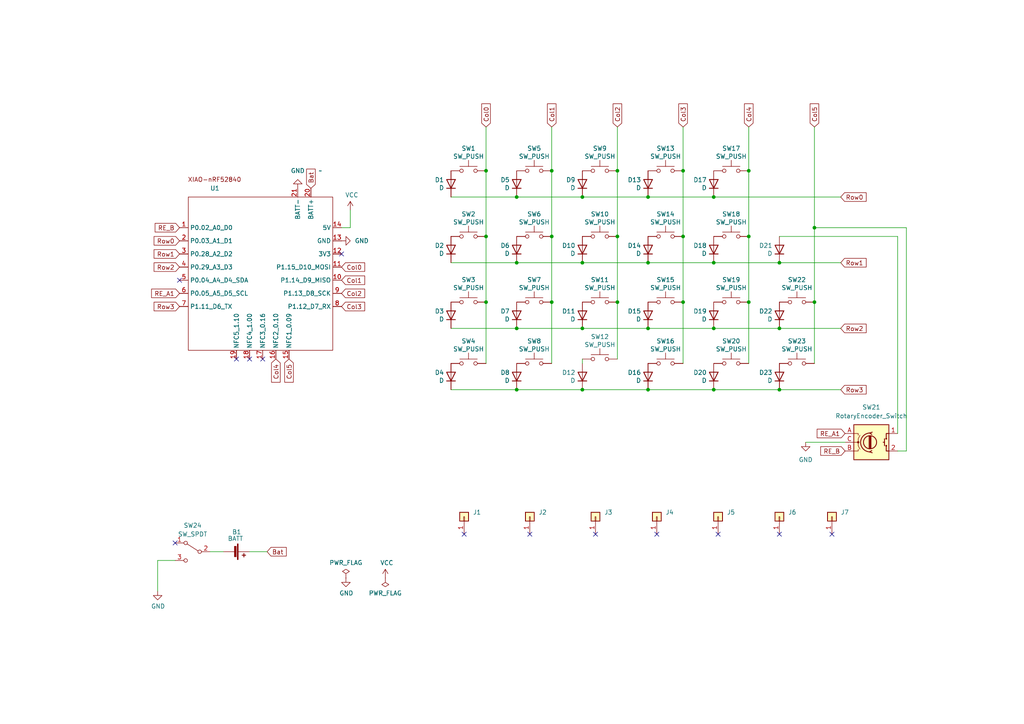
<source format=kicad_sch>
(kicad_sch (version 20231120) (generator "eeschema") (generator_version "8.0")
  (paper "A4")
  (lib_symbols
    (symbol "Connector_Generic:Conn_01x01" (pin_names (offset 1.016) hide)
      (property "Reference" "J" (at 0 2.54 0))
      (property "Value" "Conn_01x01" (at 0 -2.54 0))
      (symbol "Conn_01x01_1_1"
        (rectangle (start -1.27 0.127) (end 0 -0.127) (stroke (width 0.1524)))
        (rectangle (start -1.27 1.27) (end 1.27 -1.27) (stroke (width 0.254)) (fill (type background)))
        (pin passive line (at -5.08 0 0) (length 3.81) (name "Pin_1") (number "1"))
      )
    )
    (symbol "Device:Battery_Cell" (pin_numbers hide) (pin_names (offset 0) hide)
      (property "Reference" "BT" (at 2.54 2.54 0))
      (property "Value" "Battery_Cell" (at 2.54 0 0))
      (symbol "Battery_Cell_0_1"
        (rectangle (start -2.286 1.778) (end 2.286 1.524) (fill (type outline)))
        (rectangle (start -1.5748 1.1938) (end 1.4732 0.6858) (fill (type outline)))
        (polyline (pts (xy 0 0.762) (xy 0 0)))
        (polyline (pts (xy 0 1.778) (xy 0 2.54)))
        (polyline (pts (xy 0.508 3.429) (xy 1.524 3.429)) (stroke (width 0.254)))
        (polyline (pts (xy 1.016 3.937) (xy 1.016 2.921)) (stroke (width 0.254)))
      )
      (symbol "Battery_Cell_1_1"
        (pin passive line (at 0 5.08 270) (length 2.54) (name "+") (number "1"))
        (pin passive line (at 0 -2.54 90) (length 2.54) (name "-") (number "2"))
      )
    )
    (symbol "Device:D" (pin_numbers hide) (pin_names (offset 1.016) hide)
      (property "Reference" "D" (at 0 2.54 0))
      (property "Value" "D" (at 0 -2.54 0))
      (symbol "D_0_1"
        (polyline (pts (xy -1.27 1.27) (xy -1.27 -1.27)) (stroke (width 0.254)))
        (polyline (pts (xy 1.27 0) (xy -1.27 0)))
        (polyline (pts (xy 1.27 1.27) (xy 1.27 -1.27) (xy -1.27 0) (xy 1.27 1.27)) (stroke (width 0.254)))
      )
      (symbol "D_1_1"
        (pin passive line (at -3.81 0 0) (length 2.54) (name "K") (number "1"))
        (pin passive line (at 3.81 0 180) (length 2.54) (name "A") (number "2"))
      )
    )
    (symbol "Device:RotaryEncoder_Switch" (pin_names (offset 0.254) hide)
      (property "Reference" "SW21" (at 0 10.16 0))
      (property "Value" "RotaryEncoder_Switch" (at 0 7.62 0))
      (symbol "RotaryEncoder_Switch_0_1"
        (rectangle (start -5.08 5.08) (end 5.08 -5.08) (stroke (width 0.254)) (fill (type background)))
        (circle (center -3.81 0) (radius 0.254) (fill (type outline)))
        (circle (center -0.381 0) (radius 1.905) (stroke (width 0.254)))
        (arc (start -0.381 2.667) (mid -3.0988 -0.0635) (end -0.381 -2.794) (stroke (width 0.254)))
        (polyline (pts (xy -0.635 -1.778) (xy -0.635 1.778)) (stroke (width 0.254)))
        (polyline (pts (xy -0.381 -1.778) (xy -0.381 1.778)) (stroke (width 0.254)))
        (polyline (pts (xy -0.127 1.778) (xy -0.127 -1.778)) (stroke (width 0.254)))
        (polyline (pts (xy 3.81 0) (xy 3.429 0)) (stroke (width 0.254)))
        (polyline (pts (xy 3.81 1.016) (xy 3.81 -1.016)) (stroke (width 0.254)))
        (polyline (pts (xy -5.08 -2.54) (xy -3.81 -2.54) (xy -3.81 -2.032)))
        (polyline (pts (xy -5.08 2.54) (xy -3.81 2.54) (xy -3.81 2.032)))
        (polyline (pts (xy 0.254 -3.048) (xy -0.508 -2.794) (xy 0.127 -2.413)) (stroke (width 0.254)))
        (polyline (pts (xy 0.254 2.921) (xy -0.508 2.667) (xy 0.127 2.286)) (stroke (width 0.254)))
        (polyline (pts (xy 5.08 -2.54) (xy 4.318 -2.54) (xy 4.318 -1.016)) (stroke (width 0.254)))
        (polyline (pts (xy 5.08 2.54) (xy 4.318 2.54) (xy 4.318 1.016)) (stroke (width 0.254)))
        (polyline (pts (xy -5.08 0) (xy -3.81 0) (xy -3.81 -1.016) (xy -3.302 -2.032)))
        (polyline (pts (xy -4.318 0) (xy -3.81 0) (xy -3.81 1.016) (xy -3.302 2.032)))
        (circle (center 4.318 -1.016) (radius 0.127) (stroke (width 0.254)))
        (circle (center 4.318 1.016) (radius 0.127) (stroke (width 0.254)))
      )
      (symbol "RotaryEncoder_Switch_1_1"
        (pin passive line (at 7.62 2.54 180) (length 2.54) (name "1") (number "1"))
        (pin passive line (at 7.62 -2.54 180) (length 2.54) (name "2") (number "2"))
        (pin passive line (at -7.62 2.54 0) (length 2.54) (name "A") (number "A"))
        (pin passive line (at -7.62 -2.54 0) (length 2.54) (name "B") (number "B"))
        (pin passive line (at -7.62 0 0) (length 2.54) (name "C") (number "C"))
      )
    )
    (symbol "GND_1" (power) (pin_numbers hide) (pin_names (offset 0) hide)
      (property "Value" "GND" (at 0 -3.81 0))
      (symbol "GND_1_0_1"
        (polyline (pts (xy 0 0) (xy 0 -1.27) (xy 1.27 -1.27) (xy 0 -2.54) (xy -1.27 -1.27) (xy 0 -1.27)))
      )
      (symbol "GND_1_1_1"
        (pin power_in line (at 0 0 270) (length 0) (name "~") (number "1"))
      )
    )
    (symbol "GND_2" (power) (pin_numbers hide) (pin_names (offset 0) hide)
      (property "Value" "GND" (at 0 -3.81 0))
      (symbol "GND_2_0_1"
        (polyline (pts (xy 0 0) (xy 0 -1.27) (xy 1.27 -1.27) (xy 0 -2.54) (xy -1.27 -1.27) (xy 0 -1.27)))
      )
      (symbol "GND_2_1_1"
        (pin power_in line (at 0 0 270) (length 0) (name "~") (number "1"))
      )
    )
    (symbol "Switch:SW_Push" (pin_numbers hide) (pin_names (offset 1.016) hide)
      (property "Reference" "SW" (at 1.27 2.54 0))
      (property "Value" "SW_Push" (at 0 -1.524 0))
      (symbol "SW_Push_0_1"
        (circle (center -2.032 0) (radius 0.508))
        (polyline (pts (xy 0 1.27) (xy 0 3.048)))
        (polyline (pts (xy 2.54 1.27) (xy -2.54 1.27)))
        (circle (center 2.032 0) (radius 0.508))
        (pin passive line (at -5.08 0 0) (length 2.54) (name "1") (number "1"))
        (pin passive line (at 5.08 0 180) (length 2.54) (name "2") (number "2"))
      )
    )
    (symbol "Switch:SW_SPDT" (pin_names (offset 0) hide)
      (property "Reference" "SW" (at 0 4.318 0))
      (property "Value" "SW_SPDT" (at 0 -5.08 0))
      (symbol "SW_SPDT_0_0"
        (circle (center -2.032 0) (radius 0.508))
        (circle (center 2.032 -2.54) (radius 0.508))
      )
      (symbol "SW_SPDT_0_1"
        (polyline (pts (xy -1.524 0.254) (xy 1.651 2.286)))
        (circle (center 2.032 2.54) (radius 0.508))
      )
      (symbol "SW_SPDT_1_1"
        (pin passive line (at 5.08 2.54 180) (length 2.54) (name "A") (number "1"))
        (pin passive line (at -5.08 0 0) (length 2.54) (name "B") (number "2"))
        (pin passive line (at 5.08 -2.54 180) (length 2.54) (name "C") (number "3"))
      )
    )
    (symbol "my:XIAO-nRF52840"
      (property "Reference" "U1" (at 19.05 -3.81 0))
      (property "Value" "~" (at 50.4541 1.27 0))
      (symbol "XIAO-nRF52840_1_1"
        (text "XIAO-nRF52840" (at 20.32 -1.27 0) (effects (font (size 1.27 1.27))))
        (text_box "" (at 12.7 -6.35 0) (size 41.91 -44.45) (effects (font (size 1.27 1.27)) (justify left top)))
        (pin unspecified line (at 10.16 -15.24 0) (length 2.54) (name "P0.02_A0_D0") (number "1"))
        (pin unspecified line (at 57.15 -30.48 180) (length 2.54) (name "P1.14_D9_MISO") (number "10"))
        (pin unspecified line (at 57.15 -26.67 180) (length 2.54) (name "P1.15_D10_MOSI") (number "11"))
        (pin unspecified line (at 57.15 -22.86 180) (length 2.54) (name "3V3") (number "12"))
        (pin unspecified line (at 57.15 -19.05 180) (length 2.54) (name "GND") (number "13"))
        (pin unspecified line (at 57.15 -15.24 180) (length 2.54) (name "5V") (number "14"))
        (pin unspecified line (at 41.91 -53.34 90) (length 2.54) (name "NFC1_0.09") (number "15"))
        (pin unspecified line (at 38.1 -53.34 90) (length 2.54) (name "NFC2_0.10") (number "16"))
        (pin unspecified line (at 34.29 -53.34 90) (length 2.54) (name "NFC3_0.16") (number "17"))
        (pin unspecified line (at 30.48 -53.34 90) (length 2.54) (name "NFC4_1.00") (number "18"))
        (pin unspecified line (at 26.67 -53.34 90) (length 2.54) (name "NFC5_1.10") (number "19"))
        (pin unspecified line (at 10.16 -19.05 0) (length 2.54) (name "P0.03_A1_D1") (number "2"))
        (pin unspecified line (at 48.26 -3.81 270) (length 2.54) (name "BATT+") (number "20"))
        (pin unspecified line (at 44.45 -3.81 270) (length 2.54) (name "BATT-") (number "21"))
        (pin unspecified line (at 10.16 -22.86 0) (length 2.54) (name "P0.28_A2_D2") (number "3"))
        (pin unspecified line (at 10.16 -26.67 0) (length 2.54) (name "P0.29_A3_D3") (number "4"))
        (pin unspecified line (at 10.16 -30.48 0) (length 2.54) (name "P0.04_A4_D4_SDA") (number "5"))
        (pin unspecified line (at 10.16 -34.29 0) (length 2.54) (name "P0.05_A5_D5_SCL") (number "6"))
        (pin unspecified line (at 10.16 -38.1 0) (length 2.54) (name "P1.11_D6_TX") (number "7"))
        (pin unspecified line (at 57.15 -38.1 180) (length 2.54) (name "P1.12_D7_RX") (number "8"))
        (pin unspecified line (at 57.15 -34.29 180) (length 2.54) (name "P1.13_D8_SCK") (number "9"))
      )
    )
    (symbol "power:GND" (power) (pin_names (offset 0))
      (property "Value" "GND" (at 0 -3.81 0))
      (symbol "GND_0_1"
        (polyline (pts (xy 0 0) (xy 0 -1.27) (xy 1.27 -1.27) (xy 0 -2.54) (xy -1.27 -1.27) (xy 0 -1.27)))
      )
      (symbol "GND_1_1"
        (pin power_in line (at 0 0 270) (length 0) hide (name "GND") (number "1"))
      )
    )
    (symbol "power:PWR_FLAG" (power) (pin_numbers hide) (pin_names (offset 0) hide)
      (property "Value" "PWR_FLAG" (at 0 3.81 0))
      (symbol "PWR_FLAG_0_0"
        (pin power_out line (at 0 0 90) (length 0) (name "pwr") (number "1"))
      )
      (symbol "PWR_FLAG_0_1"
        (polyline (pts (xy 0 0) (xy 0 1.27) (xy -1.016 1.905) (xy 0 2.54) (xy 1.016 1.905) (xy 0 1.27)))
      )
    )
    (symbol "power:VCC" (power) (pin_names (offset 0))
      (property "Value" "VCC" (at 0 3.81 0))
      (symbol "VCC_0_1"
        (polyline (pts (xy -0.762 1.27) (xy 0 2.54)))
        (polyline (pts (xy 0 0) (xy 0 2.54)))
        (polyline (pts (xy 0 2.54) (xy 0.762 1.27)))
      )
      (symbol "VCC_1_1"
        (pin power_in line (at 0 0 90) (length 0) hide (name "VCC") (number "1"))
      )
    )
  )
  (junction (at 160.02 49.53))
  (junction (at 168.91 113.03))
  (junction (at 207.01 57.15))
  (junction (at 149.86 57.15))
  (junction (at 236.22 66.04))
  (junction (at 179.07 87.63))
  (junction (at 168.91 76.2))
  (junction (at 168.91 95.25))
  (junction (at 236.22 87.63))
  (junction (at 226.06 95.25))
  (junction (at 140.97 87.63))
  (junction (at 149.86 76.2))
  (junction (at 160.02 68.58))
  (junction (at 217.17 87.63))
  (junction (at 198.12 68.58))
  (junction (at 207.01 113.03))
  (junction (at 226.06 76.2))
  (junction (at 226.06 113.03))
  (junction (at 187.96 95.25))
  (junction (at 217.17 49.53))
  (junction (at 187.96 57.15))
  (junction (at 207.01 95.25))
  (junction (at 179.07 49.53))
  (junction (at 179.07 68.58))
  (junction (at 160.02 87.63))
  (junction (at 168.91 57.15))
  (junction (at 187.96 113.03))
  (junction (at 149.86 95.25))
  (junction (at 187.96 76.2))
  (junction (at 140.97 68.58))
  (junction (at 149.86 113.03))
  (junction (at 217.17 68.58))
  (junction (at 198.12 49.53))
  (junction (at 207.01 76.2))
  (junction (at 140.97 49.53))
  (junction (at 198.12 87.63))
  (no_connect (at 226.06 154.94))
  (no_connect (at 190.5 154.94))
  (no_connect (at 208.28 154.94))
  (no_connect (at 50.8 157.48))
  (no_connect (at 153.67 154.94))
  (no_connect (at 134.62 154.94))
  (no_connect (at 76.2 104.14))
  (no_connect (at 68.58 104.14))
  (no_connect (at 72.39 104.14))
  (no_connect (at 172.72 154.94))
  (no_connect (at 241.3 154.94))
  (no_connect (at 52.07 81.28))
  (no_connect (at 99.06 73.66))
  (wire (pts (xy 179.07 49.53) (xy 179.07 68.58)))
  (wire (pts (xy 179.07 68.58) (xy 179.07 87.63)))
  (wire (pts (xy 236.22 87.63) (xy 236.22 105.41)))
  (wire (pts (xy 72.39 160.02) (xy 77.47 160.02)))
  (wire (pts (xy 60.96 160.02) (xy 64.77 160.02)))
  (wire (pts (xy 217.17 87.63) (xy 217.17 105.41)))
  (wire (pts (xy 226.06 68.58) (xy 260.35 68.58)))
  (wire (pts (xy 50.8 162.56) (xy 45.72 162.56)))
  (wire (pts (xy 236.22 66.04) (xy 262.89 66.04)))
  (wire (pts (xy 160.02 68.58) (xy 160.02 87.63)))
  (wire (pts (xy 198.12 68.58) (xy 198.12 87.63)))
  (wire (pts (xy 149.86 95.25) (xy 130.81 95.25)))
  (wire (pts (xy 187.96 95.25) (xy 168.91 95.25)))
  (wire (pts (xy 260.35 68.58) (xy 260.35 125.73)))
  (wire (pts (xy 233.68 128.27) (xy 245.11 128.27)))
  (wire (pts (xy 226.06 113.03) (xy 243.84 113.03)))
  (wire (pts (xy 226.06 95.25) (xy 243.84 95.25)))
  (wire (pts (xy 149.86 57.15) (xy 130.81 57.15)))
  (wire (pts (xy 207.01 113.03) (xy 226.06 113.03)))
  (wire (pts (xy 45.72 162.56) (xy 45.72 171.45)))
  (wire (pts (xy 179.07 36.83) (xy 179.07 49.53)))
  (wire (pts (xy 187.96 76.2) (xy 168.91 76.2)))
  (wire (pts (xy 198.12 87.63) (xy 198.12 105.41)))
  (wire (pts (xy 217.17 36.83) (xy 217.17 49.53)))
  (wire (pts (xy 207.01 113.03) (xy 187.96 113.03)))
  (wire (pts (xy 140.97 68.58) (xy 140.97 87.63)))
  (wire (pts (xy 101.6 66.04) (xy 101.6 60.96)))
  (wire (pts (xy 168.91 95.25) (xy 149.86 95.25)))
  (wire (pts (xy 217.17 68.58) (xy 217.17 87.63)))
  (wire (pts (xy 217.17 49.53) (xy 217.17 68.58)))
  (wire (pts (xy 160.02 36.83) (xy 160.02 49.53)))
  (wire (pts (xy 236.22 36.83) (xy 236.22 66.04)))
  (wire (pts (xy 198.12 49.53) (xy 198.12 68.58)))
  (wire (pts (xy 207.01 57.15) (xy 187.96 57.15)))
  (wire (pts (xy 160.02 87.63) (xy 160.02 105.41)))
  (wire (pts (xy 168.91 57.15) (xy 149.86 57.15)))
  (wire (pts (xy 187.96 57.15) (xy 168.91 57.15)))
  (wire (pts (xy 168.91 113.03) (xy 149.86 113.03)))
  (wire (pts (xy 160.02 49.53) (xy 160.02 68.58)))
  (wire (pts (xy 140.97 49.53) (xy 140.97 68.58)))
  (wire (pts (xy 168.91 104.14) (xy 168.91 105.41)))
  (wire (pts (xy 207.01 76.2) (xy 187.96 76.2)))
  (wire (pts (xy 207.01 95.25) (xy 187.96 95.25)))
  (wire (pts (xy 207.01 95.25) (xy 226.06 95.25)))
  (wire (pts (xy 168.91 76.2) (xy 149.86 76.2)))
  (wire (pts (xy 149.86 76.2) (xy 130.81 76.2)))
  (wire (pts (xy 187.96 113.03) (xy 168.91 113.03)))
  (wire (pts (xy 207.01 57.15) (xy 243.84 57.15)))
  (wire (pts (xy 149.86 113.03) (xy 130.81 113.03)))
  (wire (pts (xy 262.89 130.81) (xy 262.89 66.04)))
  (wire (pts (xy 140.97 36.83) (xy 140.97 49.53)))
  (wire (pts (xy 207.01 76.2) (xy 226.06 76.2)))
  (wire (pts (xy 198.12 36.83) (xy 198.12 49.53)))
  (wire (pts (xy 140.97 87.63) (xy 140.97 105.41)))
  (wire (pts (xy 99.06 66.04) (xy 101.6 66.04)))
  (wire (pts (xy 236.22 66.04) (xy 236.22 87.63)))
  (wire (pts (xy 179.07 87.63) (xy 179.07 104.14)))
  (wire (pts (xy 226.06 76.2) (xy 243.84 76.2)))
  (wire (pts (xy 260.35 130.81) (xy 262.89 130.81)))
  (global_label "RE_A1" (shape input) (at 245.11 125.73 180) (property "Intersheetrefs" "${INTERSHEET_REFS}" (effects (hide yes))))
  (global_label "RE_B" (shape input) (at 52.07 66.04 180) (property "Intersheetrefs" "${INTERSHEET_REFS}" (effects (hide yes))))
  (global_label "Col4" (shape input) (at 80.01 104.14 270) (property "Intersheetrefs" "${INTERSHEET_REFS}" (effects (hide yes))))
  (global_label "RE_B" (shape input) (at 245.11 130.81 180) (property "Intersheetrefs" "${INTERSHEET_REFS}" (effects (hide yes))))
  (global_label "Col3" (shape input) (at 198.12 36.83 90) (property "Intersheetrefs" "${INTERSHEET_REFS}" (effects (hide yes))))
  (global_label "Col0" (shape input) (at 140.97 36.83 90) (property "Intersheetrefs" "${INTERSHEET_REFS}" (effects (hide yes))))
  (global_label "Col1" (shape input) (at 160.02 36.83 90) (property "Intersheetrefs" "${INTERSHEET_REFS}" (effects (hide yes))))
  (global_label "Row1" (shape input) (at 52.07 73.66 180) (property "Intersheetrefs" "${INTERSHEET_REFS}" (effects (hide yes))))
  (global_label "Row2" (shape input) (at 243.84 95.25 0) (property "Intersheetrefs" "${INTERSHEET_REFS}" (effects (hide yes))))
  (global_label "Row3" (shape input) (at 52.07 88.9 180) (property "Intersheetrefs" "${INTERSHEET_REFS}" (effects (hide yes))))
  (global_label "Col5" (shape input) (at 236.22 36.83 90) (property "Intersheetrefs" "${INTERSHEET_REFS}" (effects (hide yes))))
  (global_label "Col0" (shape input) (at 99.06 77.47 0) (property "Intersheetrefs" "${INTERSHEET_REFS}" (effects (hide yes))))
  (global_label "Col1" (shape input) (at 99.06 81.28 0) (property "Intersheetrefs" "${INTERSHEET_REFS}" (effects (hide yes))))
  (global_label "Col5" (shape input) (at 83.82 104.14 270) (property "Intersheetrefs" "${INTERSHEET_REFS}" (effects (hide yes))))
  (global_label "Col2" (shape input) (at 179.07 36.83 90) (property "Intersheetrefs" "${INTERSHEET_REFS}" (effects (hide yes))))
  (global_label "Bat" (shape input) (at 77.47 160.02 0) (property "Intersheetrefs" "${INTERSHEET_REFS}" (effects (hide yes))))
  (global_label "Row1" (shape input) (at 243.84 76.2 0) (property "Intersheetrefs" "${INTERSHEET_REFS}" (effects (hide yes))))
  (global_label "RE_A1" (shape input) (at 52.07 85.09 180) (property "Intersheetrefs" "${INTERSHEET_REFS}" (effects (hide yes))))
  (global_label "Bat" (shape input) (at 90.17 54.61 90) (property "Intersheetrefs" "${INTERSHEET_REFS}" (effects (hide yes))))
  (global_label "Col4" (shape input) (at 217.17 36.83 90) (property "Intersheetrefs" "${INTERSHEET_REFS}" (effects (hide yes))))
  (global_label "Row2" (shape input) (at 52.07 77.47 180) (property "Intersheetrefs" "${INTERSHEET_REFS}" (effects (hide yes))))
  (global_label "Col3" (shape input) (at 99.06 88.9 0) (property "Intersheetrefs" "${INTERSHEET_REFS}" (effects (hide yes))))
  (global_label "Col2" (shape input) (at 99.06 85.09 0) (property "Intersheetrefs" "${INTERSHEET_REFS}" (effects (hide yes))))
  (global_label "Row0" (shape input) (at 243.84 57.15 0) (property "Intersheetrefs" "${INTERSHEET_REFS}" (effects (hide yes))))
  (global_label "Row3" (shape input) (at 243.84 113.03 0) (property "Intersheetrefs" "${INTERSHEET_REFS}" (effects (hide yes))))
  (global_label "Row0" (shape input) (at 52.07 69.85 180) (property "Intersheetrefs" "${INTERSHEET_REFS}" (effects (hide yes))))
  (symbol (lib_id "Connector_Generic:Conn_01x01") (at 190.5 149.86 90) (unit 1)
    (property "Reference" "J4" (at 193.04 148.5899 90) (effects (justify right)))
    (property "Value" "Conn_01x01-Connector_Generic" (effects (hide yes)))
    (property "Footprint" "MountingHole:MountingHole_4.3mm_M4" (effects (hide yes)))
    (property "Description" "Generic connector, single row, 01x01, script generated (kicad-library-utils/schlib/autogen/connector/)" (effects (hide yes)))
  )
  (symbol (lib_id "Device:D") (at 149.86 72.39 270) (mirror x) (unit 1)
    (property "Reference" "D6" (at 147.8534 71.2216 90) (effects (justify right)))
    (property "Value" "D" (at 147.8534 73.533 90) (effects (justify right)))
    (property "Footprint" "roBa:Diode_SMD" (effects (hide yes)))
  )
  (symbol (lib_id "power:VCC") (at 101.6 60.96 0) (unit 1)
    (property "Reference" "#PWR05" (effects (hide yes)))
    (property "Value" "VCC" (at 102.0318 56.5658 0))
  )
  (symbol (lib_id "Device:D") (at 168.91 53.34 270) (mirror x) (unit 1)
    (property "Reference" "D9" (at 166.9034 52.1716 90) (effects (justify right)))
    (property "Value" "D" (at 166.9034 54.483 90) (effects (justify right)))
    (property "Footprint" "roBa:Diode_SMD" (effects (hide yes)))
  )
  (symbol (lib_id "power:GND") (at 100.33 167.64 0) (unit 1)
    (property "Reference" "#PWR06" (effects (hide yes)))
    (property "Value" "GND" (at 100.457 172.0342 0))
  )
  (symbol (lib_id "Device:D") (at 226.06 91.44 270) (mirror x) (unit 1)
    (property "Reference" "D22" (at 224.0534 90.2716 90) (effects (justify right)))
    (property "Value" "D" (at 224.0534 92.583 90) (effects (justify right)))
    (property "Footprint" "roBa:Diode_SMD" (effects (hide yes)))
  )
  (symbol (lib_id "Device:D") (at 149.86 109.22 270) (mirror x) (unit 1)
    (property "Reference" "D8" (at 147.8534 108.0516 90) (effects (justify right)))
    (property "Value" "D" (at 147.8534 110.363 90) (effects (justify right)))
    (property "Footprint" "roBa:Diode_SMD" (effects (hide yes)))
  )
  (symbol (lib_id "Connector_Generic:Conn_01x01") (at 153.67 149.86 90) (unit 1)
    (property "Reference" "J2" (at 156.21 148.5899 90) (effects (justify right)))
    (property "Value" "Conn_01x01-Connector_Generic" (effects (hide yes)))
    (property "Footprint" "MountingHole:MountingHole_4.3mm_M4" (effects (hide yes)))
    (property "Description" "Generic connector, single row, 01x01, script generated (kicad-library-utils/schlib/autogen/connector/)" (effects (hide yes)))
  )
  (symbol (lib_id "Device:D") (at 168.91 72.39 270) (mirror x) (unit 1)
    (property "Reference" "D10" (at 166.9034 71.2216 90) (effects (justify right)))
    (property "Value" "D" (at 166.9034 73.533 90) (effects (justify right)))
    (property "Footprint" "roBa:Diode_SMD" (effects (hide yes)))
  )
  (symbol (lib_id "Connector_Generic:Conn_01x01") (at 208.28 149.86 90) (unit 1)
    (property "Reference" "J5" (at 210.82 148.5899 90) (effects (justify right)))
    (property "Value" "Conn_01x01-Connector_Generic" (effects (hide yes)))
    (property "Footprint" "MountingHole:MountingHole_4.3mm_M4" (effects (hide yes)))
    (property "Description" "Generic connector, single row, 01x01, script generated (kicad-library-utils/schlib/autogen/connector/)" (effects (hide yes)))
  )
  (symbol (lib_id "Device:D") (at 226.06 72.39 270) (mirror x) (unit 1)
    (property "Reference" "D21" (at 224.0534 71.2216 90) (effects (justify right)))
    (property "Value" "D" (at 224.0534 73.533 90) (effects (justify right)))
    (property "Footprint" "roBa:Diode_SMD" (effects (hide yes)))
  )
  (symbol (lib_id "Device:RotaryEncoder_Switch") (at 252.73 128.27 0) (unit 1)
    (property "Reference" "SW21" (at 252.73 118.11 0))
    (property "Value" "RotaryEncoder_Switch" (at 252.73 120.65 0))
    (property "Footprint" "roBa:SW_MX_EC12" (effects (hide yes)))
    (property "Description" "Rotary encoder, dual channel, incremental quadrate outputs, with switch" (effects (hide yes)))
  )
  (symbol (lib_id "Connector_Generic:Conn_01x01") (at 241.3 149.86 90) (unit 1)
    (property "Reference" "J7" (at 243.84 148.5899 90) (effects (justify right)))
    (property "Value" "Conn_01x01-Connector_Generic" (effects (hide yes)))
    (property "Footprint" "MountingHole:MountingHole_4.3mm_M4" (effects (hide yes)))
    (property "Description" "Generic connector, single row, 01x01, script generated (kicad-library-utils/schlib/autogen/connector/)" (effects (hide yes)))
  )
  (symbol (lib_id "Switch:SW_Push") (at 173.99 49.53 0) (mirror y) (unit 1)
    (property "Reference" "SW9" (at 173.99 43.053 0))
    (property "Value" "SW_PUSH" (at 173.99 45.3644 0))
    (property "Footprint" "roBa:SW_MX" (effects (hide yes)))
  )
  (symbol (lib_id "my:XIAO-nRF52840") (at 41.91 50.8 0) (unit 1)
    (property "Reference" "U1" (at 60.96 54.61 0) (effects (justify left)))
    (property "Value" "~" (at 92.3641 49.53 0) (effects (justify left)))
    (property "Footprint" "roBa:XIAO_nRF52840_wBAT_wNFC_1" (effects (hide yes)))
  )
  (symbol (lib_id "Switch:SW_Push") (at 154.94 105.41 0) (mirror y) (unit 1)
    (property "Reference" "SW8" (at 154.94 98.933 0))
    (property "Value" "SW_PUSH" (at 154.94 101.2444 0))
    (property "Footprint" "roBa:SW_MX" (effects (hide yes)))
  )
  (symbol (lib_id "Device:D") (at 149.86 53.34 270) (mirror x) (unit 1)
    (property "Reference" "D5" (at 147.8534 52.1716 90) (effects (justify right)))
    (property "Value" "D" (at 147.8534 54.483 90) (effects (justify right)))
    (property "Footprint" "roBa:Diode_SMD" (effects (hide yes)))
  )
  (symbol (lib_id "Switch:SW_Push") (at 193.04 49.53 0) (mirror y) (unit 1)
    (property "Reference" "SW13" (at 193.04 43.053 0))
    (property "Value" "SW_PUSH" (at 193.04 45.3644 0))
    (property "Footprint" "roBa:SW_MX" (effects (hide yes)))
  )
  (symbol (lib_id "Device:D") (at 130.81 91.44 270) (mirror x) (unit 1)
    (property "Reference" "D3" (at 128.8034 90.2716 90) (effects (justify right)))
    (property "Value" "D" (at 128.8034 92.583 90) (effects (justify right)))
    (property "Footprint" "roBa:Diode_SMD" (effects (hide yes)))
  )
  (symbol (lib_id "Switch:SW_Push") (at 135.89 68.58 0) (mirror y) (unit 1)
    (property "Reference" "SW2" (at 135.89 62.103 0))
    (property "Value" "SW_PUSH" (at 135.89 64.4144 0))
    (property "Footprint" "roBa:SW_MX" (effects (hide yes)))
  )
  (symbol (lib_id "Switch:SW_Push") (at 173.99 87.63 0) (mirror y) (unit 1)
    (property "Reference" "SW11" (at 173.99 81.153 0))
    (property "Value" "SW_PUSH" (at 173.99 83.4644 0))
    (property "Footprint" "roBa:SW_MX" (effects (hide yes)))
  )
  (symbol (lib_id "Connector_Generic:Conn_01x01") (at 134.62 149.86 90) (unit 1)
    (property "Reference" "J1" (at 137.16 148.5899 90) (effects (justify right)))
    (property "Value" "Conn_01x01-Connector_Generic" (effects (hide yes)))
    (property "Footprint" "MountingHole:MountingHole_4.3mm_M4" (effects (hide yes)))
    (property "Description" "Generic connector, single row, 01x01, script generated (kicad-library-utils/schlib/autogen/connector/)" (effects (hide yes)))
  )
  (symbol (lib_id "Connector_Generic:Conn_01x01") (at 226.06 149.86 90) (unit 1)
    (property "Reference" "J6" (at 228.6 148.5899 90) (effects (justify right)))
    (property "Value" "Conn_01x01-Connector_Generic" (effects (hide yes)))
    (property "Footprint" "MountingHole:MountingHole_4.3mm_M4" (effects (hide yes)))
    (property "Description" "Generic connector, single row, 01x01, script generated (kicad-library-utils/schlib/autogen/connector/)" (effects (hide yes)))
  )
  (symbol (lib_id "Switch:SW_Push") (at 154.94 49.53 0) (mirror y) (unit 1)
    (property "Reference" "SW5" (at 154.94 43.053 0))
    (property "Value" "SW_PUSH" (at 154.94 45.3644 0))
    (property "Footprint" "roBa:SW_MX" (effects (hide yes)))
  )
  (symbol (lib_id "power:VCC") (at 111.76 167.64 0) (unit 1)
    (property "Reference" "#PWR07" (effects (hide yes)))
    (property "Value" "VCC" (at 112.1918 163.2458 0))
  )
  (symbol (lib_id "power:GND") (at 45.72 171.45 0) (unit 1)
    (property "Reference" "#PWR01" (effects (hide yes)))
    (property "Value" "GND" (at 45.847 175.8442 0))
  )
  (symbol (lib_name "GND_2") (lib_id "power:GND") (at 233.68 128.27 0) (unit 1)
    (property "Reference" "#PWR08" (effects (hide yes)))
    (property "Value" "GND" (at 233.68 133.35 0))
    (property "Description" "Power symbol creates a global label with name \"GND\" , ground" (effects (hide yes)))
  )
  (symbol (lib_id "Switch:SW_Push") (at 154.94 87.63 0) (mirror y) (unit 1)
    (property "Reference" "SW7" (at 154.94 81.153 0))
    (property "Value" "SW_PUSH" (at 154.94 83.4644 0))
    (property "Footprint" "roBa:SW_MX" (effects (hide yes)))
  )
  (symbol (lib_id "Switch:SW_Push") (at 173.99 104.14 0) (mirror y) (unit 1)
    (property "Reference" "SW12" (at 173.99 97.663 0))
    (property "Value" "SW_PUSH" (at 173.99 99.9744 0))
    (property "Footprint" "roBa:SW_MX" (effects (hide yes)))
  )
  (symbol (lib_id "Connector_Generic:Conn_01x01") (at 172.72 149.86 90) (unit 1)
    (property "Reference" "J3" (at 175.26 148.5899 90) (effects (justify right)))
    (property "Value" "Conn_01x01-Connector_Generic" (effects (hide yes)))
    (property "Footprint" "MountingHole:MountingHole_4.3mm_M4" (effects (hide yes)))
    (property "Description" "Generic connector, single row, 01x01, script generated (kicad-library-utils/schlib/autogen/connector/)" (effects (hide yes)))
  )
  (symbol (lib_id "power:PWR_FLAG") (at 111.76 167.64 180) (unit 1)
    (property "Reference" "#FLG02" (effects (hide yes)))
    (property "Value" "PWR_FLAG" (at 111.76 172.0342 0))
  )
  (symbol (lib_id "Device:D") (at 207.01 109.22 270) (mirror x) (unit 1)
    (property "Reference" "D20" (at 205.0034 108.0516 90) (effects (justify right)))
    (property "Value" "D" (at 205.0034 110.363 90) (effects (justify right)))
    (property "Footprint" "roBa:Diode_SMD" (effects (hide yes)))
  )
  (symbol (lib_id "Device:D") (at 130.81 53.34 270) (mirror x) (unit 1)
    (property "Reference" "D1" (at 128.8034 52.1716 90) (effects (justify right)))
    (property "Value" "D" (at 128.8034 54.483 90) (effects (justify right)))
    (property "Footprint" "roBa:Diode_SMD" (effects (hide yes)))
  )
  (symbol (lib_id "Switch:SW_Push") (at 193.04 105.41 0) (mirror y) (unit 1)
    (property "Reference" "SW16" (at 193.04 98.933 0))
    (property "Value" "SW_PUSH" (at 193.04 101.2444 0))
    (property "Footprint" "roBa:SW_MX_Choc" (effects (hide yes)))
  )
  (symbol (lib_id "Device:D") (at 226.06 109.22 270) (mirror x) (unit 1)
    (property "Reference" "D23" (at 224.0534 108.0516 90) (effects (justify right)))
    (property "Value" "D" (at 224.0534 110.363 90) (effects (justify right)))
    (property "Footprint" "roBa:Diode_SMD" (effects (hide yes)))
  )
  (symbol (lib_id "Device:D") (at 187.96 72.39 270) (mirror x) (unit 1)
    (property "Reference" "D14" (at 185.9534 71.2216 90) (effects (justify right)))
    (property "Value" "D" (at 185.9534 73.533 90) (effects (justify right)))
    (property "Footprint" "roBa:Diode_SMD" (effects (hide yes)))
  )
  (symbol (lib_id "Switch:SW_Push") (at 193.04 68.58 0) (mirror y) (unit 1)
    (property "Reference" "SW14" (at 193.04 62.103 0))
    (property "Value" "SW_PUSH" (at 193.04 64.4144 0))
    (property "Footprint" "roBa:SW_MX" (effects (hide yes)))
  )
  (symbol (lib_id "Device:D") (at 207.01 91.44 270) (mirror x) (unit 1)
    (property "Reference" "D19" (at 205.0034 90.2716 90) (effects (justify right)))
    (property "Value" "D" (at 205.0034 92.583 90) (effects (justify right)))
    (property "Footprint" "roBa:Diode_SMD" (effects (hide yes)))
  )
  (symbol (lib_id "Switch:SW_Push") (at 212.09 105.41 0) (mirror y) (unit 1)
    (property "Reference" "SW20" (at 212.09 98.933 0))
    (property "Value" "SW_PUSH" (at 212.09 101.2444 0))
    (property "Footprint" "roBa:SW_MX_Choc" (effects (hide yes)))
  )
  (symbol (lib_id "Device:D") (at 187.96 91.44 270) (mirror x) (unit 1)
    (property "Reference" "D15" (at 185.9534 90.2716 90) (effects (justify right)))
    (property "Value" "D" (at 185.9534 92.583 90) (effects (justify right)))
    (property "Footprint" "roBa:Diode_SMD" (effects (hide yes)))
  )
  (symbol (lib_id "Switch:SW_Push") (at 193.04 87.63 0) (mirror y) (unit 1)
    (property "Reference" "SW15" (at 193.04 81.153 0))
    (property "Value" "SW_PUSH" (at 193.04 83.4644 0))
    (property "Footprint" "roBa:SW_MX" (effects (hide yes)))
  )
  (symbol (lib_id "Switch:SW_Push") (at 212.09 49.53 0) (mirror y) (unit 1)
    (property "Reference" "SW17" (at 212.09 43.053 0))
    (property "Value" "SW_PUSH" (at 212.09 45.3644 0))
    (property "Footprint" "roBa:SW_MX" (effects (hide yes)))
  )
  (symbol (lib_id "Switch:SW_Push") (at 173.99 68.58 0) (mirror y) (unit 1)
    (property "Reference" "SW10" (at 173.99 62.103 0))
    (property "Value" "SW_PUSH" (at 173.99 64.4144 0))
    (property "Footprint" "roBa:SW_MX" (effects (hide yes)))
  )
  (symbol (lib_id "power:PWR_FLAG") (at 100.33 167.64 0) (unit 1)
    (property "Reference" "#FLG01" (effects (hide yes)))
    (property "Value" "PWR_FLAG" (at 100.33 163.2204 0))
  )
  (symbol (lib_id "Device:D") (at 168.91 109.22 270) (mirror x) (unit 1)
    (property "Reference" "D12" (at 166.9034 108.0516 90) (effects (justify right)))
    (property "Value" "D" (at 166.9034 110.363 90) (effects (justify right)))
    (property "Footprint" "roBa:Diode_SMD" (effects (hide yes)))
  )
  (symbol (lib_id "Device:D") (at 130.81 72.39 270) (mirror x) (unit 1)
    (property "Reference" "D2" (at 128.8034 71.2216 90) (effects (justify right)))
    (property "Value" "D" (at 128.8034 73.533 90) (effects (justify right)))
    (property "Footprint" "roBa:Diode_SMD" (effects (hide yes)))
  )
  (symbol (lib_id "Device:D") (at 207.01 72.39 270) (mirror x) (unit 1)
    (property "Reference" "D18" (at 205.0034 71.2216 90) (effects (justify right)))
    (property "Value" "D" (at 205.0034 73.533 90) (effects (justify right)))
    (property "Footprint" "roBa:Diode_SMD" (effects (hide yes)))
  )
  (symbol (lib_id "Switch:SW_Push") (at 231.14 87.63 0) (mirror y) (unit 1)
    (property "Reference" "SW22" (at 231.14 81.153 0))
    (property "Value" "SW_PUSH" (at 231.14 83.4644 0))
    (property "Footprint" "roBa:SW_MX" (effects (hide yes)))
  )
  (symbol (lib_name "GND_1") (lib_id "power:GND") (at 99.06 69.85 90) (unit 1)
    (property "Reference" "#PWR04" (effects (hide yes)))
    (property "Value" "GND" (at 102.87 69.8499 90) (effects (justify right)))
    (property "Description" "Power symbol creates a global label with name \"GND\" , ground" (effects (hide yes)))
  )
  (symbol (lib_id "Device:D") (at 149.86 91.44 270) (mirror x) (unit 1)
    (property "Reference" "D7" (at 147.8534 90.2716 90) (effects (justify right)))
    (property "Value" "D" (at 147.8534 92.583 90) (effects (justify right)))
    (property "Footprint" "roBa:Diode_SMD" (effects (hide yes)))
  )
  (symbol (lib_id "Switch:SW_Push") (at 212.09 68.58 0) (mirror y) (unit 1)
    (property "Reference" "SW18" (at 212.09 62.103 0))
    (property "Value" "SW_PUSH" (at 212.09 64.4144 0))
    (property "Footprint" "roBa:SW_MX" (effects (hide yes)))
  )
  (symbol (lib_id "Switch:SW_Push") (at 231.14 105.41 0) (mirror y) (unit 1)
    (property "Reference" "SW23" (at 231.14 98.933 0))
    (property "Value" "SW_PUSH" (at 231.14 101.2444 0))
    (property "Footprint" "roBa:SW_MX_Choc" (effects (hide yes)))
  )
  (symbol (lib_id "Switch:SW_Push") (at 135.89 105.41 0) (mirror y) (unit 1)
    (property "Reference" "SW4" (at 135.89 98.933 0))
    (property "Value" "SW_PUSH" (at 135.89 101.2444 0))
    (property "Footprint" "roBa:SW_MX" (effects (hide yes)))
  )
  (symbol (lib_id "Switch:SW_Push") (at 212.09 87.63 0) (mirror y) (unit 1)
    (property "Reference" "SW19" (at 212.09 81.153 0))
    (property "Value" "SW_PUSH" (at 212.09 83.4644 0))
    (property "Footprint" "roBa:SW_MX" (effects (hide yes)))
  )
  (symbol (lib_id "Device:D") (at 187.96 53.34 270) (mirror x) (unit 1)
    (property "Reference" "D13" (at 185.9534 52.1716 90) (effects (justify right)))
    (property "Value" "D" (at 185.9534 54.483 90) (effects (justify right)))
    (property "Footprint" "roBa:Diode_SMD" (effects (hide yes)))
  )
  (symbol (lib_id "Switch:SW_Push") (at 154.94 68.58 0) (mirror y) (unit 1)
    (property "Reference" "SW6" (at 154.94 62.103 0))
    (property "Value" "SW_PUSH" (at 154.94 64.4144 0))
    (property "Footprint" "roBa:SW_MX" (effects (hide yes)))
  )
  (symbol (lib_id "Device:Battery_Cell") (at 67.31 160.02 270) (unit 1)
    (property "Reference" "B1" (at 67.31 154.305 90) (effects (justify left)))
    (property "Value" "BATT" (at 66.04 156.21 90) (effects (justify left)))
    (property "Footprint" "roBa:JST_S2B-PH-SM4-TB" (effects (hide yes)))
  )
  (symbol (lib_id "Switch:SW_SPDT") (at 55.88 160.02 0) (mirror y) (unit 1)
    (property "Reference" "SW24" (at 55.88 152.4 0))
    (property "Value" "SW_SPDT" (at 55.88 154.94 0))
    (property "Footprint" "roBa:TGSW_MSK-12D19" (effects (hide yes)))
  )
  (symbol (lib_id "Device:D") (at 130.81 109.22 270) (mirror x) (unit 1)
    (property "Reference" "D4" (at 128.8034 108.0516 90) (effects (justify right)))
    (property "Value" "D" (at 128.8034 110.363 90) (effects (justify right)))
    (property "Footprint" "roBa:Diode_SMD" (effects (hide yes)))
  )
  (symbol (lib_id "Device:D") (at 187.96 109.22 270) (mirror x) (unit 1)
    (property "Reference" "D16" (at 185.9534 108.0516 90) (effects (justify right)))
    (property "Value" "D" (at 185.9534 110.363 90) (effects (justify right)))
    (property "Footprint" "roBa:Diode_SMD" (effects (hide yes)))
  )
  (symbol (lib_id "Switch:SW_Push") (at 135.89 87.63 0) (mirror y) (unit 1)
    (property "Reference" "SW3" (at 135.89 81.153 0))
    (property "Value" "SW_PUSH" (at 135.89 83.4644 0))
    (property "Footprint" "roBa:SW_MX" (effects (hide yes)))
  )
  (symbol (lib_id "Switch:SW_Push") (at 135.89 49.53 0) (mirror y) (unit 1)
    (property "Reference" "SW1" (at 135.89 43.053 0))
    (property "Value" "SW_PUSH" (at 135.89 45.3644 0))
    (property "Footprint" "roBa:SW_MX" (effects (hide yes)))
  )
  (symbol (lib_id "Device:D") (at 207.01 53.34 270) (mirror x) (unit 1)
    (property "Reference" "D17" (at 205.0034 52.1716 90) (effects (justify right)))
    (property "Value" "D" (at 205.0034 54.483 90) (effects (justify right)))
    (property "Footprint" "roBa:Diode_SMD" (effects (hide yes)))
  )
  (symbol (lib_name "GND_1") (lib_id "power:GND") (at 86.36 54.61 180) (unit 1)
    (property "Reference" "#PWR03" (effects (hide yes)))
    (property "Value" "GND" (at 86.36 49.53 0))
    (property "Description" "Power symbol creates a global label with name \"GND\" , ground" (effects (hide yes)))
  )
  (symbol (lib_id "Device:D") (at 168.91 91.44 270) (mirror x) (unit 1)
    (property "Reference" "D11" (at 166.9034 90.2716 90) (effects (justify right)))
    (property "Value" "D" (at 166.9034 92.583 90) (effects (justify right)))
    (property "Footprint" "roBa:Diode_SMD" (effects (hide yes)))
  )
)
</source>
